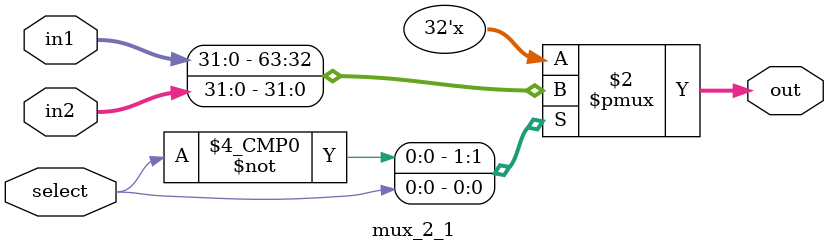
<source format=v>
module mux_2_1
#(
    parameter   WIDTH = 32
)
(
    input [WIDTH-1:0] in1,
    input [WIDTH-1:0] in2,
    input select,
    output reg [WIDTH-1:0] out
);

always @( * ) begin
    case (select) 
        1'd0: out = in1;
        1'd1: out = in2;
        default: out = {WIDTH{1'b0}};
    endcase
end

endmodule
</source>
